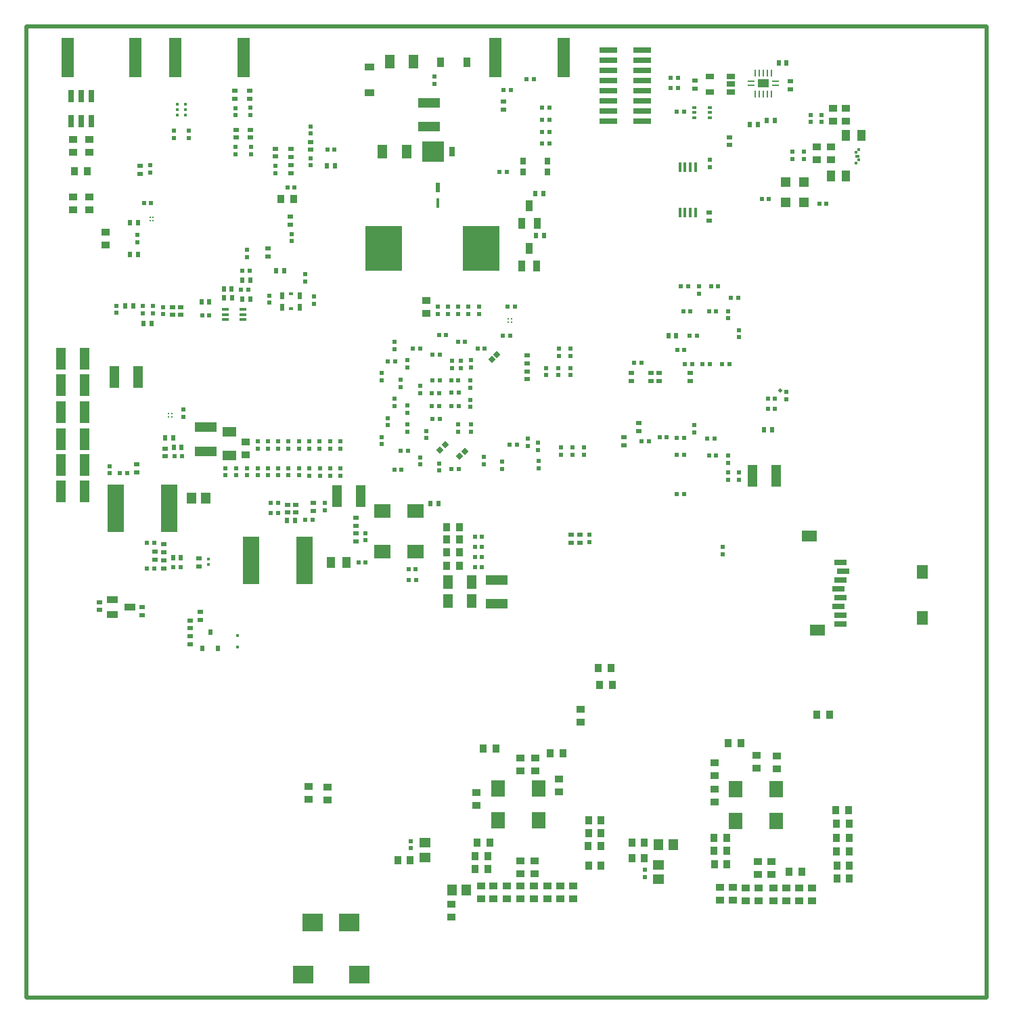
<source format=gbp>
%FSLAX25Y25*%
%MOIN*%
G70*
G01*
G75*
G04 Layer_Color=128*
%ADD10C,0.01969*%
%ADD11R,0.03543X0.01772*%
%ADD12R,0.18898X0.18898*%
%ADD13R,0.01575X0.01575*%
%ADD14R,0.01772X0.01181*%
%ADD15R,0.01181X0.01181*%
%ADD16R,0.01181X0.01772*%
%ADD17R,0.01181X0.01181*%
%ADD18R,0.26772X0.26772*%
%ADD19R,0.03543X0.03937*%
%ADD20R,0.02165X0.02559*%
%ADD21R,0.01969X0.01969*%
%ADD22R,0.01378X0.01969*%
%ADD23R,0.07087X0.02362*%
%ADD24R,0.02362X0.01181*%
%ADD25R,0.02362X0.07874*%
%ADD26R,0.06299X0.02165*%
%ADD27R,0.01772X0.01378*%
%ADD28R,0.07480X0.07087*%
%ADD29R,0.05315X0.01575*%
%ADD30R,0.06299X0.08268*%
%ADD31O,0.03150X0.00984*%
%ADD32O,0.00984X0.03150*%
%ADD33R,0.05276X0.12284*%
%ADD34R,0.11181X0.12284*%
%ADD35R,0.18071X0.04370*%
%ADD36R,0.02756X0.01181*%
%ADD37R,0.06221X0.09252*%
%ADD38C,0.00984*%
%ADD39R,0.01181X0.03347*%
%ADD40R,0.03347X0.01181*%
%ADD41R,0.13386X0.13386*%
%ADD42R,0.04528X0.02992*%
%ADD43R,0.03937X0.03543*%
%ADD44R,0.02362X0.02362*%
%ADD45R,0.00984X0.01575*%
%ADD46R,0.05512X0.01969*%
%ADD47R,0.07284X0.02913*%
%ADD48R,0.04134X0.05512*%
%ADD49R,0.08661X0.20472*%
%ADD50R,0.18110X0.22047*%
%ADD51R,0.10984X0.07559*%
%ADD52C,0.05906*%
%ADD53R,0.09449X0.02992*%
%ADD54R,0.06693X0.02795*%
%ADD55R,0.01969X0.00984*%
%ADD56R,0.00984X0.01969*%
%ADD57R,0.09055X0.09055*%
%ADD58R,0.07520X0.02992*%
%ADD59O,0.02953X0.00984*%
%ADD60O,0.00984X0.02953*%
%ADD61R,0.17716X0.17716*%
%ADD62O,0.08268X0.01181*%
%ADD63O,0.01181X0.08268*%
%ADD64R,0.01969X0.01969*%
%ADD65R,0.04724X0.02953*%
%ADD66C,0.01378*%
%ADD67R,0.06299X0.19291*%
%ADD68R,0.05906X0.22047*%
%ADD69R,0.05709X0.04528*%
%ADD70R,0.02441X0.02441*%
%ADD71R,0.01811X0.01654*%
%ADD72R,0.03543X0.01575*%
%ADD73R,0.02559X0.02165*%
%ADD74R,0.01575X0.00984*%
%ADD75R,0.01969X0.05512*%
%ADD76R,0.03740X0.05512*%
G04:AMPARAMS|DCode=77|XSize=13.78mil|YSize=19.69mil|CornerRadius=0mil|HoleSize=0mil|Usage=FLASHONLY|Rotation=315.000|XOffset=0mil|YOffset=0mil|HoleType=Round|Shape=Rectangle|*
%AMROTATEDRECTD77*
4,1,4,-0.01183,-0.00209,0.00209,0.01183,0.01183,0.00209,-0.00209,-0.01183,-0.01183,-0.00209,0.0*
%
%ADD77ROTATEDRECTD77*%

%ADD78P,0.02784X4X360.0*%
%ADD79R,0.01969X0.01378*%
%ADD80R,0.02795X0.06693*%
%ADD81R,0.23622X0.07874*%
%ADD82R,0.05512X0.04134*%
%ADD83R,0.01575X0.01575*%
%ADD84R,0.02441X0.02441*%
%ADD85R,0.04528X0.10630*%
%ADD86R,0.10630X0.04528*%
%ADD87R,0.04528X0.07087*%
%ADD88R,0.04528X0.05709*%
%ADD89R,0.01654X0.01811*%
%ADD90R,0.07087X0.04528*%
%ADD91R,0.05512X0.03740*%
%ADD92C,0.01181*%
%ADD93C,0.00453*%
%ADD94C,0.03937*%
%ADD95C,0.01000*%
%ADD96C,0.03150*%
%ADD97C,0.01969*%
%ADD98C,0.01378*%
%ADD99C,0.00996*%
%ADD100C,0.00394*%
%ADD101C,0.00787*%
%ADD102C,0.01181*%
%ADD103C,0.00784*%
%ADD104C,0.00512*%
%ADD105R,0.09911X0.06594*%
%ADD106R,0.06791X1.25492*%
%ADD107R,0.18996X0.06496*%
%ADD108R,0.15453X0.49409*%
%ADD109R,0.02854X0.21358*%
%ADD110R,0.13976X0.11319*%
%ADD111R,0.14764X0.11122*%
%ADD112R,0.09153X0.17224*%
%ADD113R,0.08465X0.09843*%
%ADD114R,0.08661X0.12402*%
%ADD115R,0.13386X0.08169*%
%ADD116R,0.05315X0.93799*%
%ADD117R,0.17224X0.04528*%
%ADD118R,0.19193X0.03051*%
%ADD119R,0.10925X0.14469*%
%ADD120R,0.11614X0.04035*%
%ADD121R,0.02264X0.71752*%
%ADD122R,0.34842X0.01969*%
%ADD123R,0.78150X0.02461*%
%ADD124R,0.02461X0.13189*%
%ADD125R,0.16043X0.02264*%
%ADD126R,0.02658X0.42618*%
%ADD127R,0.25098X0.01969*%
%ADD128R,0.02165X0.76575*%
%ADD129R,0.68504X0.02165*%
%ADD130R,0.03347X0.05315*%
%ADD131R,0.02264X0.05512*%
%ADD132R,0.02431X1.19587*%
%ADD133R,0.10728X0.03445*%
%ADD134R,0.03839X0.08661*%
%ADD135R,0.14075X0.03839*%
%ADD136R,0.06594X0.04232*%
%ADD137R,0.13189X0.03051*%
%ADD138R,0.04921X0.18504*%
%ADD139R,0.09843X0.04134*%
%ADD140R,0.11713X0.02953*%
%ADD141R,0.04429X0.02756*%
%ADD142R,0.02362X0.02264*%
%ADD143R,0.08465X0.02854*%
%ADD144R,0.07087X0.21752*%
%ADD145R,0.10531X0.12598*%
%ADD146R,0.05315X0.10728*%
%ADD147R,0.04232X0.02854*%
%ADD148R,0.38287X0.06398*%
%ADD149R,0.38091X0.05118*%
%ADD150R,0.30807X0.08268*%
%ADD151R,0.30315X0.06102*%
%ADD152R,0.27756X0.05413*%
%ADD153R,0.19095X0.03937*%
%ADD154R,0.00886X0.01280*%
%ADD155R,0.39961X0.06594*%
%ADD156R,0.40256X0.05807*%
%ADD157R,0.30315X0.12008*%
%ADD158R,0.30709X0.06299*%
%ADD159R,0.30413X0.06496*%
%ADD160R,0.04134X0.05413*%
%ADD161R,0.02431X0.00820*%
%ADD162R,0.03642X0.11417*%
%ADD163R,0.34449X0.01969*%
%ADD164R,0.02430X0.17389*%
%ADD165R,0.92913X0.01870*%
%ADD166R,0.04429X0.41240*%
%ADD167R,0.03740X0.41043*%
%ADD168R,0.05807X0.33169*%
%ADD169R,0.60335X0.08465*%
%ADD170R,0.09843X0.11122*%
%ADD171R,0.14370X0.08760*%
%ADD172R,0.03740X0.24016*%
%ADD173R,0.42224X0.07874*%
%ADD174R,0.08563X0.19291*%
%ADD175R,0.16535X0.19291*%
%ADD176R,0.31693X0.08071*%
%ADD177R,0.06299X0.00394*%
%ADD178R,0.03543X0.00787*%
%ADD179R,0.01181X0.00984*%
%ADD180R,0.12303X0.06004*%
%ADD181R,0.08268X0.01476*%
%ADD182R,0.04823X0.07776*%
%ADD183R,0.14075X0.03740*%
%ADD184R,0.09941X0.01870*%
%ADD185C,0.07874*%
%ADD186C,0.04803*%
%ADD187C,0.09882*%
%ADD188C,0.06299*%
%ADD189C,0.15748*%
%ADD190C,0.07087*%
%ADD191C,0.02598*%
%ADD192C,0.01575*%
%ADD193C,0.02165*%
%ADD194C,0.00591*%
%ADD195C,0.04000*%
%ADD196C,0.08071*%
%ADD197C,0.05591*%
%ADD198C,0.10669*%
%ADD199C,0.13386*%
%ADD200C,0.05787*%
%ADD201C,0.02559*%
%ADD202C,0.03150*%
%ADD203C,0.02362*%
%ADD204C,0.02874*%
%ADD205C,0.00642*%
%ADD206R,0.01969X0.02756*%
%ADD207C,0.00787*%
%ADD208R,0.03071X0.03425*%
%ADD209R,0.01969X0.03248*%
%ADD210R,0.01969X0.01693*%
%ADD211R,0.05512X0.07087*%
%ADD212R,0.05906X0.03150*%
%ADD213R,0.07480X0.05512*%
%ADD214R,0.03000X0.05000*%
%ADD215R,0.10512X0.10000*%
%ADD216R,0.03583X0.04803*%
%ADD217R,0.04724X0.03543*%
%ADD218R,0.02992X0.06496*%
%ADD219R,0.07087X0.07874*%
%ADD220R,0.07874X0.07087*%
%ADD221R,0.05079X0.04882*%
%ADD222R,0.03347X0.01378*%
%ADD223R,0.07874X0.23622*%
%ADD224R,0.08661X0.02913*%
%ADD225R,0.02362X0.05118*%
%ADD226R,0.01772X0.05118*%
%ADD227R,0.01378X0.05118*%
%ADD228R,0.01969X0.01575*%
%ADD229R,0.03937X0.02756*%
%ADD230R,0.00945X0.03543*%
%ADD231R,0.03543X0.00945*%
%ADD232R,0.05512X0.03937*%
%ADD233R,0.10236X0.08661*%
%ADD234R,0.01614X0.01299*%
%ADD235P,0.03452X4X360.0*%
%ADD236R,0.41142X0.08268*%
%ADD237R,0.15846X0.19488*%
%ADD238R,0.08268X0.19193*%
%ADD239R,0.06102X1.26181*%
%ADD240R,0.13386X0.09055*%
%ADD241R,0.08465X0.07677*%
%ADD242R,0.13090X0.08366*%
%ADD243R,0.14764X0.09153*%
%ADD244R,0.14862X0.06201*%
%ADD245R,0.03839X0.93898*%
%ADD246R,0.23622X0.03740*%
%ADD247R,0.13681X0.20768*%
%ADD248R,0.12795X0.08071*%
%ADD249R,0.11811X0.16732*%
%ADD250R,0.44783X0.02756*%
%ADD251R,0.02165X0.73032*%
%ADD252R,0.34842X0.02067*%
%ADD253R,0.67618X0.02362*%
%ADD254R,0.02362X0.28051*%
%ADD255R,0.13878X0.02264*%
%ADD256R,0.02165X0.50394*%
%ADD257R,0.25295X0.01969*%
%ADD258R,0.02559X0.50984*%
%ADD259R,0.79823X0.01969*%
%ADD260R,0.02264X1.46260*%
%ADD261R,0.51476X0.01378*%
%ADD262R,0.01476X0.04626*%
%ADD263R,0.89173X0.01476*%
%ADD264R,0.02658X1.25984*%
%ADD265R,0.07284X0.75492*%
%ADD266R,0.41894X0.10102*%
%ADD267R,0.16965X0.06606*%
%ADD268R,0.29232X0.06299*%
%ADD269R,0.02067X0.02559*%
%ADD270R,0.02658X0.02953*%
%ADD271R,0.19193X0.05512*%
%ADD272R,0.03248X0.28937*%
%ADD273C,0.00984*%
%ADD274C,0.00472*%
%ADD275C,0.02362*%
%ADD276C,0.00500*%
%ADD277C,0.00700*%
%ADD278C,0.00100*%
%ADD279C,0.00591*%
%ADD280R,0.14370X0.01500*%
%ADD281R,0.03937X1.20791*%
%ADD282C,0.02769*%
%ADD283R,0.04343X0.02572*%
%ADD284R,0.19698X0.19698*%
%ADD285R,0.02375X0.02375*%
%ADD286R,0.02572X0.01981*%
%ADD287R,0.01981X0.01981*%
%ADD288R,0.01981X0.02572*%
%ADD289R,0.01981X0.01981*%
%ADD290R,0.27572X0.27572*%
%ADD291R,0.04343X0.04737*%
%ADD292R,0.02965X0.03359*%
%ADD293R,0.02769X0.02769*%
%ADD294R,0.02178X0.02769*%
%ADD295R,0.07887X0.03162*%
%ADD296R,0.03162X0.01981*%
%ADD297R,0.03162X0.08674*%
%ADD298R,0.07099X0.02965*%
%ADD299R,0.02572X0.02178*%
%ADD300R,0.08280X0.07887*%
%ADD301R,0.06115X0.02375*%
%ADD302R,0.07099X0.09068*%
%ADD303O,0.03950X0.01784*%
%ADD304O,0.01784X0.03950*%
%ADD305R,0.06076X0.13084*%
%ADD306R,0.11981X0.13084*%
%ADD307R,0.18871X0.05170*%
%ADD308R,0.03556X0.01981*%
%ADD309R,0.07021X0.10052*%
%ADD310C,0.01784*%
%ADD311R,0.01981X0.04147*%
%ADD312R,0.04147X0.01981*%
%ADD313R,0.14186X0.14186*%
%ADD314R,0.05328X0.03792*%
%ADD315R,0.04737X0.04343*%
%ADD316R,0.03162X0.03162*%
%ADD317R,0.01784X0.02375*%
%ADD318R,0.06312X0.02769*%
%ADD319R,0.08083X0.03713*%
%ADD320R,0.04934X0.06312*%
%ADD321R,0.09461X0.21272*%
%ADD322R,0.18910X0.22847*%
%ADD323R,0.11784X0.08359*%
%ADD324C,0.06706*%
%ADD325R,0.10249X0.03792*%
%ADD326R,0.07493X0.03595*%
%ADD327R,0.02769X0.01784*%
%ADD328R,0.01784X0.02769*%
%ADD329R,0.09855X0.09855*%
%ADD330R,0.08320X0.03792*%
%ADD331O,0.03753X0.01784*%
%ADD332O,0.01784X0.03753*%
%ADD333R,0.18517X0.18517*%
%ADD334O,0.09068X0.01981*%
%ADD335O,0.01981X0.09068*%
%ADD336R,0.02769X0.02769*%
%ADD337R,0.05524X0.03753*%
%ADD338C,0.02178*%
%ADD339R,0.07099X0.20091*%
%ADD340R,0.06706X0.22847*%
%ADD341R,0.06509X0.05328*%
%ADD342R,0.03241X0.03241*%
%ADD343R,0.02611X0.02454*%
%ADD344R,0.04343X0.02375*%
%ADD345R,0.03359X0.02965*%
%ADD346R,0.02375X0.01784*%
%ADD347R,0.02769X0.06312*%
%ADD348R,0.04540X0.06312*%
G04:AMPARAMS|DCode=349|XSize=21.78mil|YSize=27.69mil|CornerRadius=0mil|HoleSize=0mil|Usage=FLASHONLY|Rotation=315.000|XOffset=0mil|YOffset=0mil|HoleType=Round|Shape=Rectangle|*
%AMROTATEDRECTD349*
4,1,4,-0.01749,-0.00209,0.00209,0.01749,0.01749,0.00209,-0.00209,-0.01749,-0.01749,-0.00209,0.0*
%
%ADD349ROTATEDRECTD349*%

%ADD350P,0.03915X4X360.0*%
%ADD351R,0.02769X0.02178*%
%ADD352R,0.03595X0.07493*%
%ADD353R,0.24422X0.08674*%
%ADD354R,0.06312X0.04934*%
%ADD355R,0.02375X0.02375*%
%ADD356R,0.03241X0.03241*%
%ADD357R,0.05328X0.11430*%
%ADD358R,0.11430X0.05328*%
%ADD359R,0.05328X0.07887*%
%ADD360R,0.05328X0.06509*%
%ADD361R,0.02454X0.02611*%
%ADD362R,0.07887X0.05328*%
%ADD363R,0.06312X0.04540*%
%ADD364C,0.01981*%
%ADD365C,0.08674*%
%ADD366C,0.05603*%
%ADD367C,0.10682*%
%ADD368C,0.07099*%
%ADD369C,0.16548*%
%ADD370C,0.07887*%
%ADD371C,0.02375*%
%ADD372C,0.02965*%
%ADD373C,0.01391*%
%ADD374R,0.02769X0.03556*%
%ADD375C,0.01587*%
%ADD376R,0.03871X0.04225*%
%ADD377R,0.02769X0.04048*%
%ADD378R,0.02769X0.02493*%
%ADD379R,0.06312X0.07887*%
%ADD380R,0.06706X0.03950*%
%ADD381R,0.08280X0.06312*%
%ADD382R,0.03800X0.05800*%
%ADD383R,0.11312X0.10800*%
%ADD384R,0.04383X0.05603*%
%ADD385R,0.05524X0.04343*%
%ADD386R,0.03792X0.07296*%
%ADD387R,0.07887X0.08674*%
%ADD388R,0.08674X0.07887*%
%ADD389R,0.05879X0.05682*%
%ADD390R,0.04147X0.02178*%
%ADD391R,0.08674X0.24422*%
%ADD392R,0.09461X0.03713*%
%ADD393R,0.03162X0.05918*%
%ADD394R,0.02572X0.05918*%
%ADD395R,0.02178X0.05918*%
%ADD396R,0.02769X0.02375*%
%ADD397R,0.04737X0.03556*%
%ADD398R,0.01745X0.04343*%
%ADD399R,0.04343X0.01745*%
%ADD400R,0.06312X0.04737*%
%ADD401R,0.11036X0.09461*%
%ADD402R,0.02414X0.02099*%
%ADD403P,0.04583X4X360.0*%
%ADD404C,0.03398*%
D10*
X366732Y293898D02*
D03*
D13*
X99508Y173130D02*
D03*
Y167618D02*
D03*
D15*
X405413Y412697D02*
D03*
Y407579D02*
D03*
X404232Y411122D02*
D03*
Y406004D02*
D03*
D19*
X300000Y71063D02*
D03*
X293701D02*
D03*
X300000Y63484D02*
D03*
X293701D02*
D03*
X340551Y67225D02*
D03*
X334252D02*
D03*
X340551Y73425D02*
D03*
X334252D02*
D03*
X340650Y60630D02*
D03*
X334350D02*
D03*
X400591Y87106D02*
D03*
X394291D02*
D03*
X347342Y120177D02*
D03*
X341043D02*
D03*
X400689Y80512D02*
D03*
X394390D02*
D03*
X391142Y134055D02*
D03*
X384842D02*
D03*
X400787Y73524D02*
D03*
X394488D02*
D03*
X400984Y53543D02*
D03*
X394685D02*
D03*
X400886Y66732D02*
D03*
X394587D02*
D03*
X400984Y60040D02*
D03*
X394685D02*
D03*
X377559Y56890D02*
D03*
X371260D02*
D03*
X184646Y62697D02*
D03*
X178347D02*
D03*
X222933Y64567D02*
D03*
X216634D02*
D03*
X223917Y71162D02*
D03*
X217618D02*
D03*
X222835Y58071D02*
D03*
X216535D02*
D03*
X226969Y117618D02*
D03*
X220669D02*
D03*
X278642Y82382D02*
D03*
X272343D02*
D03*
X278642Y75886D02*
D03*
X272343D02*
D03*
X278543Y69685D02*
D03*
X272244D02*
D03*
X278642Y59843D02*
D03*
X272343D02*
D03*
X259941Y115355D02*
D03*
X253642D02*
D03*
X25591Y401870D02*
D03*
X19291D02*
D03*
X127264Y388091D02*
D03*
X120965D02*
D03*
X284252Y148721D02*
D03*
X277953D02*
D03*
X283563Y157185D02*
D03*
X277264D02*
D03*
X208968Y226709D02*
D03*
X202669D02*
D03*
X208890Y220508D02*
D03*
X202590D02*
D03*
X208890Y214110D02*
D03*
X202590D02*
D03*
X208890Y207614D02*
D03*
X202590D02*
D03*
D20*
X355905Y424902D02*
D03*
X351968D02*
D03*
X364173Y426772D02*
D03*
X360236D02*
D03*
X369980Y455217D02*
D03*
X366043D02*
D03*
X198425Y238189D02*
D03*
X194488D02*
D03*
X85630Y337599D02*
D03*
X81693D02*
D03*
X96653Y343898D02*
D03*
X92716D02*
D03*
X96752Y339666D02*
D03*
X92815D02*
D03*
X250098Y390846D02*
D03*
X246162D02*
D03*
X250394Y370177D02*
D03*
X246457D02*
D03*
X362894Y274508D02*
D03*
X358957D02*
D03*
X127854Y229724D02*
D03*
X123917D02*
D03*
X71653Y211614D02*
D03*
X67716D02*
D03*
X67815Y270669D02*
D03*
X63878D02*
D03*
X71949Y266043D02*
D03*
X68012D02*
D03*
X315650Y320866D02*
D03*
X311713D02*
D03*
X147441Y404528D02*
D03*
X143504D02*
D03*
X57087Y326870D02*
D03*
X53149D02*
D03*
X48228Y335532D02*
D03*
X44291D02*
D03*
X122441Y352953D02*
D03*
X118504D02*
D03*
X50394Y376673D02*
D03*
X46457D02*
D03*
X50394Y360925D02*
D03*
X46457D02*
D03*
X105709Y348228D02*
D03*
X101772D02*
D03*
X105906Y338878D02*
D03*
X101969D02*
D03*
D24*
X404823Y409350D02*
D03*
D43*
X34449Y371949D02*
D03*
Y365650D02*
D03*
X103642Y268504D02*
D03*
Y262205D02*
D03*
X343602Y49213D02*
D03*
Y42913D02*
D03*
X356201Y49016D02*
D03*
Y42717D02*
D03*
X369882Y49016D02*
D03*
Y42717D02*
D03*
X382579Y49016D02*
D03*
Y42717D02*
D03*
X337205Y49213D02*
D03*
Y42913D02*
D03*
X349902Y49016D02*
D03*
Y42717D02*
D03*
X363484Y49016D02*
D03*
Y42717D02*
D03*
X376083Y49016D02*
D03*
Y42717D02*
D03*
X334547Y97540D02*
D03*
Y91240D02*
D03*
Y110433D02*
D03*
Y104134D02*
D03*
X204823Y40945D02*
D03*
Y34646D02*
D03*
X225484Y49803D02*
D03*
Y43504D02*
D03*
X238976Y49803D02*
D03*
Y43504D02*
D03*
X252067Y49803D02*
D03*
Y43504D02*
D03*
X264961Y49803D02*
D03*
Y43504D02*
D03*
X219579Y49803D02*
D03*
Y43504D02*
D03*
X232283Y49803D02*
D03*
Y43504D02*
D03*
X245669Y49803D02*
D03*
Y43504D02*
D03*
X258653Y49803D02*
D03*
Y43504D02*
D03*
X217224Y95768D02*
D03*
Y89469D02*
D03*
X268406Y136909D02*
D03*
Y130610D02*
D03*
X257874Y102559D02*
D03*
Y96260D02*
D03*
X384941Y413878D02*
D03*
Y407579D02*
D03*
X391831Y413878D02*
D03*
Y407579D02*
D03*
X392913Y432874D02*
D03*
Y426575D02*
D03*
X399311Y432874D02*
D03*
Y426575D02*
D03*
X18504Y417618D02*
D03*
Y411319D02*
D03*
X18504Y389272D02*
D03*
Y382973D02*
D03*
X26378Y417618D02*
D03*
Y411319D02*
D03*
X26378Y389272D02*
D03*
Y382973D02*
D03*
X355807Y61910D02*
D03*
Y55610D02*
D03*
X362598Y61910D02*
D03*
Y55610D02*
D03*
X365087Y113878D02*
D03*
Y107579D02*
D03*
X355217Y114075D02*
D03*
Y107776D02*
D03*
X134646Y98721D02*
D03*
Y92421D02*
D03*
X143701Y98425D02*
D03*
Y92126D02*
D03*
X238976Y62303D02*
D03*
Y56004D02*
D03*
X245866Y62303D02*
D03*
Y56004D02*
D03*
X246260Y112992D02*
D03*
Y106693D02*
D03*
X238878Y112992D02*
D03*
Y106693D02*
D03*
X192520Y338287D02*
D03*
Y331988D02*
D03*
D48*
X153150Y209154D02*
D03*
X145669D02*
D03*
X399311Y399508D02*
D03*
X391831D02*
D03*
X406791Y419390D02*
D03*
X399311D02*
D03*
D50*
X219488Y363976D02*
D03*
X171457D02*
D03*
D67*
X15713Y457870D02*
D03*
X49213D02*
D03*
X226539Y457772D02*
D03*
X260039D02*
D03*
X68961Y457870D02*
D03*
X102461D02*
D03*
D69*
X306988Y60335D02*
D03*
Y53248D02*
D03*
X191831Y71063D02*
D03*
Y63976D02*
D03*
D70*
X72933Y284547D02*
D03*
Y281004D02*
D03*
X372933Y411417D02*
D03*
Y407874D02*
D03*
X378642Y411417D02*
D03*
Y407874D02*
D03*
X381693Y429626D02*
D03*
Y426083D02*
D03*
X387008Y429626D02*
D03*
Y426083D02*
D03*
X332185Y407579D02*
D03*
Y404036D02*
D03*
X272835Y222834D02*
D03*
Y219291D02*
D03*
X50197Y370571D02*
D03*
Y367028D02*
D03*
X137106Y340256D02*
D03*
Y336713D02*
D03*
X115059Y340650D02*
D03*
Y337106D02*
D03*
X132776Y351083D02*
D03*
Y347540D02*
D03*
X62795Y335039D02*
D03*
Y331496D02*
D03*
X98622Y413878D02*
D03*
Y410335D02*
D03*
X98425Y432972D02*
D03*
Y429429D02*
D03*
X118307Y404429D02*
D03*
Y400886D02*
D03*
X104134Y363189D02*
D03*
Y359646D02*
D03*
X106004Y433071D02*
D03*
Y429528D02*
D03*
X126083Y370965D02*
D03*
Y367421D02*
D03*
X56496Y404724D02*
D03*
Y401181D02*
D03*
X106299Y413878D02*
D03*
Y410335D02*
D03*
X75492Y421752D02*
D03*
Y418209D02*
D03*
X68012Y421752D02*
D03*
Y418209D02*
D03*
X196457Y448524D02*
D03*
Y444980D02*
D03*
X162500Y223622D02*
D03*
Y220079D02*
D03*
X142618Y238484D02*
D03*
Y234941D02*
D03*
X36614Y256693D02*
D03*
Y253150D02*
D03*
X300295Y57874D02*
D03*
Y54331D02*
D03*
X184941Y71949D02*
D03*
Y68406D02*
D03*
X346457Y253445D02*
D03*
Y249902D02*
D03*
X341240Y253445D02*
D03*
Y249902D02*
D03*
X341339Y261910D02*
D03*
Y258366D02*
D03*
X346457Y323622D02*
D03*
Y320079D02*
D03*
X341339Y332973D02*
D03*
Y329429D02*
D03*
X326969Y345079D02*
D03*
Y341536D02*
D03*
X324606Y276870D02*
D03*
Y273327D02*
D03*
X338583Y216732D02*
D03*
Y213189D02*
D03*
X208268Y277067D02*
D03*
Y273524D02*
D03*
X150295Y255413D02*
D03*
Y251870D02*
D03*
X135004Y255523D02*
D03*
Y251980D02*
D03*
X140024Y255425D02*
D03*
Y251882D02*
D03*
X145177Y255413D02*
D03*
Y251870D02*
D03*
X109386Y255598D02*
D03*
Y252055D02*
D03*
X114504Y255598D02*
D03*
Y252055D02*
D03*
X139925Y268811D02*
D03*
Y265268D02*
D03*
X134906Y268811D02*
D03*
Y265268D02*
D03*
X129689Y268811D02*
D03*
Y265268D02*
D03*
X124669Y268811D02*
D03*
Y265268D02*
D03*
X214323Y298886D02*
D03*
Y295343D02*
D03*
Y289338D02*
D03*
Y285795D02*
D03*
X119650Y268811D02*
D03*
Y265268D02*
D03*
X114630Y268811D02*
D03*
Y265268D02*
D03*
X109512Y268811D02*
D03*
Y265268D02*
D03*
X214567Y277165D02*
D03*
Y273622D02*
D03*
X119622Y255598D02*
D03*
Y252055D02*
D03*
X150260Y268909D02*
D03*
Y265366D02*
D03*
X145043Y268909D02*
D03*
Y265366D02*
D03*
X124669Y255720D02*
D03*
Y252177D02*
D03*
X129787Y255622D02*
D03*
Y252079D02*
D03*
X369980Y293110D02*
D03*
Y289567D02*
D03*
X229724Y258760D02*
D03*
Y255217D02*
D03*
X198819Y257972D02*
D03*
Y254429D02*
D03*
X209547Y308465D02*
D03*
Y304921D02*
D03*
X205118Y308465D02*
D03*
Y304921D02*
D03*
X198130Y335236D02*
D03*
Y331693D02*
D03*
X203150Y335138D02*
D03*
Y331594D02*
D03*
X208157Y335236D02*
D03*
Y331693D02*
D03*
X176969Y317815D02*
D03*
Y314272D02*
D03*
X214567Y308760D02*
D03*
Y305217D02*
D03*
X220866Y261122D02*
D03*
Y257579D02*
D03*
X218406Y335236D02*
D03*
Y331693D02*
D03*
X183071Y308760D02*
D03*
Y305217D02*
D03*
X213224Y335205D02*
D03*
Y331662D02*
D03*
X270114Y265858D02*
D03*
Y262315D02*
D03*
X189370Y296161D02*
D03*
Y292618D02*
D03*
X173524Y280315D02*
D03*
Y276772D02*
D03*
X170472Y302559D02*
D03*
Y299016D02*
D03*
X258894Y265858D02*
D03*
Y262315D02*
D03*
X257811Y314579D02*
D03*
Y311035D02*
D03*
X263520Y314579D02*
D03*
Y311035D02*
D03*
X264602Y265858D02*
D03*
Y262315D02*
D03*
X247772Y259264D02*
D03*
Y255720D02*
D03*
X251551Y304933D02*
D03*
Y301390D02*
D03*
X257614Y304933D02*
D03*
Y301390D02*
D03*
X263520Y304933D02*
D03*
Y301390D02*
D03*
X247673Y268122D02*
D03*
Y264579D02*
D03*
X242457Y270189D02*
D03*
Y266646D02*
D03*
X179921Y299114D02*
D03*
Y295571D02*
D03*
X183268Y286516D02*
D03*
Y282973D02*
D03*
X192421Y274016D02*
D03*
Y270473D02*
D03*
X170472Y270965D02*
D03*
Y267421D02*
D03*
X189370Y261024D02*
D03*
Y257480D02*
D03*
X176772Y289862D02*
D03*
Y286319D02*
D03*
X183071Y277165D02*
D03*
Y273622D02*
D03*
X93504Y255610D02*
D03*
Y252067D02*
D03*
X98957Y255610D02*
D03*
Y252067D02*
D03*
X104331Y255610D02*
D03*
Y252067D02*
D03*
X135630Y408268D02*
D03*
Y404725D02*
D03*
X135630Y424016D02*
D03*
Y420472D02*
D03*
X57776Y335532D02*
D03*
Y331988D02*
D03*
X52756Y335532D02*
D03*
Y331988D02*
D03*
X39862Y335630D02*
D03*
Y332087D02*
D03*
D73*
X324705Y446457D02*
D03*
Y442520D02*
D03*
X371850Y446063D02*
D03*
Y442126D02*
D03*
X331988Y381496D02*
D03*
Y377559D02*
D03*
X341732Y418701D02*
D03*
Y414764D02*
D03*
X263976Y222933D02*
D03*
Y218996D02*
D03*
X268209Y222933D02*
D03*
Y218996D02*
D03*
X242323Y303347D02*
D03*
Y299410D02*
D03*
X242126Y311122D02*
D03*
Y307185D02*
D03*
X98721Y422342D02*
D03*
Y418405D02*
D03*
X125689Y404725D02*
D03*
Y400788D02*
D03*
X81201Y184843D02*
D03*
Y180906D02*
D03*
X76280Y172933D02*
D03*
Y168996D02*
D03*
Y180709D02*
D03*
Y176772D02*
D03*
X157776Y231299D02*
D03*
Y227362D02*
D03*
Y223425D02*
D03*
Y219488D02*
D03*
X80610Y211220D02*
D03*
Y207283D02*
D03*
X124016Y237697D02*
D03*
Y233760D02*
D03*
X128248Y237697D02*
D03*
Y233760D02*
D03*
X136811Y238583D02*
D03*
Y234646D02*
D03*
X58760Y214468D02*
D03*
Y210531D02*
D03*
X63189Y218209D02*
D03*
Y214272D02*
D03*
X63287Y210236D02*
D03*
Y206299D02*
D03*
X49803Y257579D02*
D03*
Y253642D02*
D03*
X63976Y265354D02*
D03*
Y261417D02*
D03*
X293406Y302461D02*
D03*
Y298524D02*
D03*
X322539Y302461D02*
D03*
Y298524D02*
D03*
X307185Y302461D02*
D03*
Y298524D02*
D03*
X303150Y302461D02*
D03*
Y298524D02*
D03*
X297244Y277854D02*
D03*
Y273917D02*
D03*
X289862Y270768D02*
D03*
Y266831D02*
D03*
X135630Y416339D02*
D03*
Y412402D02*
D03*
X71653Y335039D02*
D03*
Y331102D02*
D03*
X230512Y436122D02*
D03*
Y432185D02*
D03*
X67421Y335039D02*
D03*
Y331102D02*
D03*
X98228Y441634D02*
D03*
Y437697D02*
D03*
X114370Y363779D02*
D03*
Y359842D02*
D03*
X125787Y412795D02*
D03*
Y408858D02*
D03*
X118012Y412992D02*
D03*
Y409055D02*
D03*
X105512Y441634D02*
D03*
Y437697D02*
D03*
X51476Y404528D02*
D03*
Y400591D02*
D03*
X106004Y422343D02*
D03*
Y418406D02*
D03*
X125591Y379528D02*
D03*
Y375591D02*
D03*
X52461Y187303D02*
D03*
Y183366D02*
D03*
X31398Y189665D02*
D03*
Y185728D02*
D03*
D76*
X243307Y384843D02*
D03*
X239567Y376181D02*
D03*
X247047D02*
D03*
X243209Y363977D02*
D03*
X239468Y355315D02*
D03*
X246949D02*
D03*
D84*
X236024Y335236D02*
D03*
X232480D02*
D03*
X56988Y386221D02*
D03*
X53445D02*
D03*
X316437Y448032D02*
D03*
X312894D02*
D03*
X316437Y442815D02*
D03*
X312894D02*
D03*
X319390Y431102D02*
D03*
X315846D02*
D03*
X389665Y385925D02*
D03*
X386122D02*
D03*
X361220Y388189D02*
D03*
X357677D02*
D03*
X187401Y200689D02*
D03*
X183858D02*
D03*
X187303Y205807D02*
D03*
X183760D02*
D03*
X85630Y331004D02*
D03*
X82087D02*
D03*
X105512Y352854D02*
D03*
X101969D02*
D03*
X127559Y393799D02*
D03*
X124016D02*
D03*
X104724Y343602D02*
D03*
X101181D02*
D03*
X364272Y289764D02*
D03*
X360728D02*
D03*
X364272Y284744D02*
D03*
X360728D02*
D03*
X162598Y209252D02*
D03*
X159055D02*
D03*
X119390Y233465D02*
D03*
X115847D02*
D03*
X119390Y238484D02*
D03*
X115847D02*
D03*
X136417Y230118D02*
D03*
X132874D02*
D03*
X58464Y206201D02*
D03*
X54921D02*
D03*
X58366Y218898D02*
D03*
X54823D02*
D03*
X71457Y206988D02*
D03*
X67913D02*
D03*
X45177Y253150D02*
D03*
X41634D02*
D03*
X72146Y261417D02*
D03*
X68602D02*
D03*
X232087Y401673D02*
D03*
X228543D02*
D03*
X234055Y442028D02*
D03*
X230512D02*
D03*
X245472Y447146D02*
D03*
X241929D02*
D03*
X253150Y433169D02*
D03*
X249606D02*
D03*
X253150Y427165D02*
D03*
X249606D02*
D03*
X253150Y421358D02*
D03*
X249606D02*
D03*
X253150Y415650D02*
D03*
X249606D02*
D03*
X319488Y243012D02*
D03*
X315945D02*
D03*
X302067Y268898D02*
D03*
X298524D02*
D03*
X310925Y270768D02*
D03*
X307382D02*
D03*
X335236Y261910D02*
D03*
X331693D02*
D03*
X319488Y262106D02*
D03*
X315945D02*
D03*
X334350Y270374D02*
D03*
X330807D02*
D03*
X325787Y320866D02*
D03*
X322244D02*
D03*
X341732Y306988D02*
D03*
X338189D02*
D03*
X319587Y313977D02*
D03*
X316043D02*
D03*
X298524Y307677D02*
D03*
X294980D02*
D03*
X332185Y306890D02*
D03*
X328642D02*
D03*
X323425D02*
D03*
X319882D02*
D03*
X346063Y339666D02*
D03*
X342520D02*
D03*
X335236Y332874D02*
D03*
X331693D02*
D03*
X322638D02*
D03*
X319095D02*
D03*
X321358Y345177D02*
D03*
X317815D02*
D03*
X336220D02*
D03*
X332677D02*
D03*
X319488Y270669D02*
D03*
X315945D02*
D03*
X199114Y280020D02*
D03*
X195571D02*
D03*
X198772Y292488D02*
D03*
X195228D02*
D03*
X198870Y286189D02*
D03*
X195327D02*
D03*
X208268Y298917D02*
D03*
X204725D02*
D03*
X208465Y286221D02*
D03*
X204921D02*
D03*
X208465Y292815D02*
D03*
X204921D02*
D03*
X208366Y255118D02*
D03*
X204823D02*
D03*
X211614Y317815D02*
D03*
X208071D02*
D03*
X219980Y217008D02*
D03*
X216437D02*
D03*
X219980Y221996D02*
D03*
X216437D02*
D03*
X202264Y321260D02*
D03*
X198721D02*
D03*
X177165Y308366D02*
D03*
X173622D02*
D03*
X219980Y212008D02*
D03*
X216437D02*
D03*
X221260Y314567D02*
D03*
X217717D02*
D03*
X233858Y320965D02*
D03*
X230315D02*
D03*
X199213Y311516D02*
D03*
X195669D02*
D03*
X189469Y314665D02*
D03*
X185925D02*
D03*
X219980Y206988D02*
D03*
X216437D02*
D03*
X183366Y264272D02*
D03*
X179823D02*
D03*
X180315Y254724D02*
D03*
X176772D02*
D03*
X237043Y267335D02*
D03*
X233500D02*
D03*
X199016Y298917D02*
D03*
X195473D02*
D03*
X147244Y412402D02*
D03*
X143701D02*
D03*
D85*
X24311Y257087D02*
D03*
X12500D02*
D03*
X24311Y269980D02*
D03*
X12500D02*
D03*
X364961Y251870D02*
D03*
X353150D02*
D03*
X50492Y300492D02*
D03*
X38681D02*
D03*
X160335Y241732D02*
D03*
X148523D02*
D03*
X24311Y244094D02*
D03*
X12500D02*
D03*
X24213Y309547D02*
D03*
X12402D02*
D03*
X24311Y296457D02*
D03*
X12500D02*
D03*
X24311Y283366D02*
D03*
X12500D02*
D03*
D86*
X193799Y435630D02*
D03*
Y423819D02*
D03*
X83760Y275787D02*
D03*
Y263976D02*
D03*
X227264Y200591D02*
D03*
Y188779D02*
D03*
D87*
X182677Y411614D02*
D03*
X170866D02*
D03*
X186319Y455905D02*
D03*
X174508D02*
D03*
X214961Y199705D02*
D03*
X203150D02*
D03*
X214961Y190059D02*
D03*
X203150D02*
D03*
D88*
X83858Y240748D02*
D03*
X76772D02*
D03*
X314071Y70071D02*
D03*
X306984D02*
D03*
X212303Y48032D02*
D03*
X205217D02*
D03*
D89*
X85138Y210846D02*
D03*
Y208248D02*
D03*
D90*
X95472Y273622D02*
D03*
Y261811D02*
D03*
D91*
X46457Y187205D02*
D03*
X37795Y190945D02*
D03*
Y183465D02*
D03*
D97*
X-4626Y-5118D02*
Y468602D01*
Y-5118D02*
X468602D01*
Y473228D01*
X-4626D02*
X468602D01*
X-4626Y468602D02*
Y473228D01*
D206*
X86024Y175000D02*
D03*
X82284Y166929D02*
D03*
X89764D02*
D03*
D207*
X57972Y379232D02*
D03*
Y377658D02*
D03*
X56398D02*
D03*
Y379232D02*
D03*
X67224Y282579D02*
D03*
Y281004D02*
D03*
X65650D02*
D03*
Y282579D02*
D03*
X234547Y329134D02*
D03*
Y327559D02*
D03*
X232972D02*
D03*
Y329134D02*
D03*
D208*
X252028Y406870D02*
D03*
Y401594D02*
D03*
X240098Y406870D02*
D03*
Y401594D02*
D03*
D209*
X130118Y340699D02*
D03*
Y334892D02*
D03*
X121653Y340699D02*
D03*
Y334892D02*
D03*
D210*
X125886Y341477D02*
D03*
Y334114D02*
D03*
D211*
X436909Y204429D02*
D03*
Y181988D02*
D03*
D212*
X396358Y209114D02*
D03*
X397933Y204784D02*
D03*
X396358Y200453D02*
D03*
Y191791D02*
D03*
X395571Y196122D02*
D03*
Y187461D02*
D03*
X396358Y183130D02*
D03*
Y178799D02*
D03*
D213*
X381201Y222303D02*
D03*
X385138Y176043D02*
D03*
D214*
X205211Y411417D02*
D03*
D215*
X195955D02*
D03*
D216*
X212441Y455512D02*
D03*
X199567D02*
D03*
D217*
X164370Y453307D02*
D03*
Y440591D02*
D03*
D218*
X27343Y438937D02*
D03*
X22343D02*
D03*
Y426417D02*
D03*
X17343D02*
D03*
X27343D02*
D03*
X17343Y438937D02*
D03*
D219*
X247984Y97980D02*
D03*
X227984Y82232D02*
D03*
X247984D02*
D03*
X227984Y97980D02*
D03*
X364705Y97473D02*
D03*
X344705Y81725D02*
D03*
X364705D02*
D03*
X344705Y97473D02*
D03*
D220*
X187303Y234705D02*
D03*
Y214705D02*
D03*
X170768Y234705D02*
D03*
Y214705D02*
D03*
D221*
X378346Y386437D02*
D03*
Y396437D02*
D03*
X369488D02*
D03*
Y386437D02*
D03*
D222*
X102067Y331299D02*
D03*
Y333858D02*
D03*
Y328740D02*
D03*
X93405Y331299D02*
D03*
Y333858D02*
D03*
Y328740D02*
D03*
D223*
X65945Y236024D02*
D03*
X39567D02*
D03*
X132579Y210138D02*
D03*
X106201D02*
D03*
D224*
X298917Y456693D02*
D03*
Y461693D02*
D03*
Y446693D02*
D03*
Y451693D02*
D03*
Y441693D02*
D03*
Y436693D02*
D03*
Y426693D02*
D03*
Y431693D02*
D03*
X282185Y456693D02*
D03*
Y461693D02*
D03*
Y446693D02*
D03*
Y451693D02*
D03*
Y436693D02*
D03*
Y441693D02*
D03*
Y431693D02*
D03*
Y426693D02*
D03*
D225*
X198130Y393996D02*
D03*
D226*
Y386122D02*
D03*
D227*
X325098Y404035D02*
D03*
X322539D02*
D03*
X319980D02*
D03*
X322539Y381595D02*
D03*
X319980D02*
D03*
X325098D02*
D03*
X317421Y404035D02*
D03*
Y381595D02*
D03*
D228*
X332087Y430807D02*
D03*
Y433366D02*
D03*
Y428248D02*
D03*
X324606Y430807D02*
D03*
Y433366D02*
D03*
Y428248D02*
D03*
D229*
X342520Y444783D02*
D03*
Y448524D02*
D03*
Y441043D02*
D03*
X332283Y448524D02*
D03*
Y441043D02*
D03*
D230*
X362500Y450197D02*
D03*
X360531D02*
D03*
X358563D02*
D03*
Y439961D02*
D03*
X362500D02*
D03*
X360531D02*
D03*
X354626Y450197D02*
D03*
X356594D02*
D03*
X354626Y439961D02*
D03*
X356594D02*
D03*
D231*
X364665Y446063D02*
D03*
Y444095D02*
D03*
X352461D02*
D03*
Y446063D02*
D03*
D232*
X358563Y445079D02*
D03*
D233*
X154626Y31890D02*
D03*
X159350Y6299D02*
D03*
X136516Y31890D02*
D03*
X131791Y6299D02*
D03*
D234*
X73701Y432185D02*
D03*
Y434744D02*
D03*
Y429626D02*
D03*
X69803Y434744D02*
D03*
Y432185D02*
D03*
Y429626D02*
D03*
D235*
X211390Y264048D02*
D03*
X208885Y261543D02*
D03*
X201745Y267198D02*
D03*
X199239Y264692D02*
D03*
X227237Y311587D02*
D03*
X224731Y309082D02*
D03*
M02*

</source>
